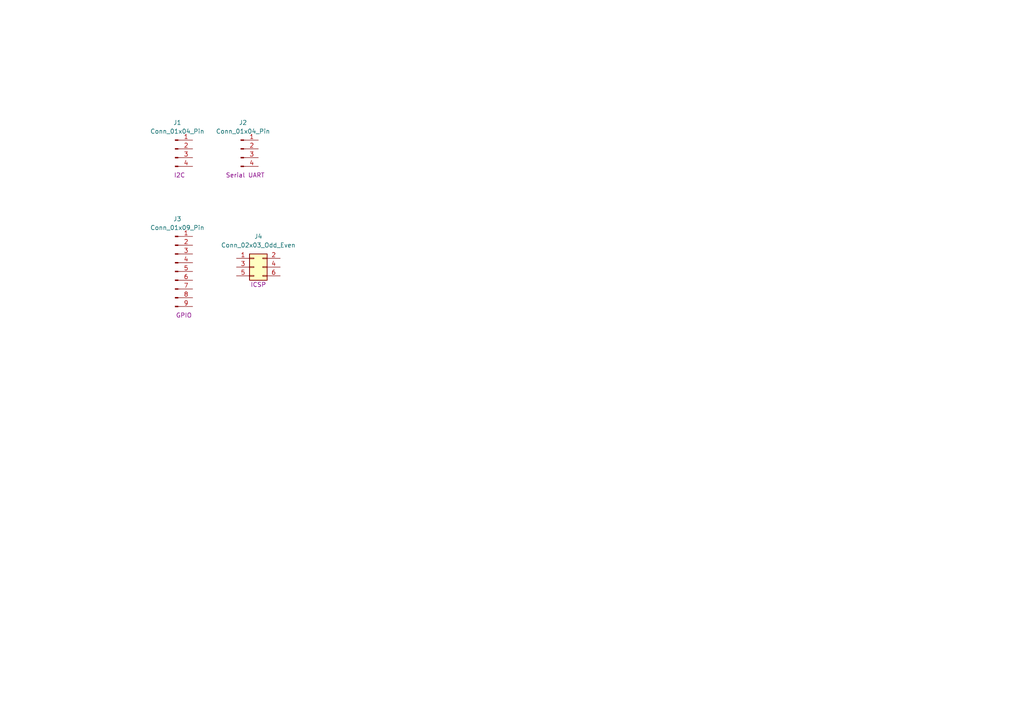
<source format=kicad_sch>
(kicad_sch (version 20230121) (generator eeschema)
  (paper "A4")
  (lib_symbols
    (symbol "Connector:Conn_01x04_Pin" (pin_names (offset 1.016) hide)
      (property "Reference" "J" (at 0 5.08 0))
      (property "Value" "Conn_01x04_Pin" (at 0 -7.62 0))
      (symbol "Conn_01x04_Pin_1_1"
        (polyline (pts (xy 1.27 -5.08) (xy 0.8636 -5.08)) (stroke (width 0.1524)))
        (polyline (pts (xy 1.27 -2.54) (xy 0.8636 -2.54)) (stroke (width 0.1524)))
        (polyline (pts (xy 1.27 0) (xy 0.8636 0)) (stroke (width 0.1524)))
        (polyline (pts (xy 1.27 2.54) (xy 0.8636 2.54)) (stroke (width 0.1524)))
        (rectangle (start 0.8636 -4.953) (end 0 -5.207) (stroke (width 0.1524)) (fill (type outline)))
        (rectangle (start 0.8636 -2.413) (end 0 -2.667) (stroke (width 0.1524)) (fill (type outline)))
        (rectangle (start 0.8636 0.127) (end 0 -0.127) (stroke (width 0.1524)) (fill (type outline)))
        (rectangle (start 0.8636 2.667) (end 0 2.413) (stroke (width 0.1524)) (fill (type outline)))
        (pin passive line (at 5.08 2.54 180) (length 3.81) (name "Pin_1") (number "1"))
        (pin passive line (at 5.08 0 180) (length 3.81) (name "Pin_2") (number "2"))
        (pin passive line (at 5.08 -2.54 180) (length 3.81) (name "Pin_3") (number "3"))
        (pin passive line (at 5.08 -5.08 180) (length 3.81) (name "Pin_4") (number "4"))
      )
    )
    (symbol "Connector:Conn_01x09_Pin" (pin_names (offset 1.016) hide)
      (property "Reference" "J" (at 0 12.7 0))
      (property "Value" "Conn_01x09_Pin" (at 0 -12.7 0))
      (symbol "Conn_01x09_Pin_1_1"
        (polyline (pts (xy 1.27 -10.16) (xy 0.8636 -10.16)) (stroke (width 0.1524)))
        (polyline (pts (xy 1.27 -7.62) (xy 0.8636 -7.62)) (stroke (width 0.1524)))
        (polyline (pts (xy 1.27 -5.08) (xy 0.8636 -5.08)) (stroke (width 0.1524)))
        (polyline (pts (xy 1.27 -2.54) (xy 0.8636 -2.54)) (stroke (width 0.1524)))
        (polyline (pts (xy 1.27 0) (xy 0.8636 0)) (stroke (width 0.1524)))
        (polyline (pts (xy 1.27 2.54) (xy 0.8636 2.54)) (stroke (width 0.1524)))
        (polyline (pts (xy 1.27 5.08) (xy 0.8636 5.08)) (stroke (width 0.1524)))
        (polyline (pts (xy 1.27 7.62) (xy 0.8636 7.62)) (stroke (width 0.1524)))
        (polyline (pts (xy 1.27 10.16) (xy 0.8636 10.16)) (stroke (width 0.1524)))
        (rectangle (start 0.8636 -10.033) (end 0 -10.287) (stroke (width 0.1524)) (fill (type outline)))
        (rectangle (start 0.8636 -7.493) (end 0 -7.747) (stroke (width 0.1524)) (fill (type outline)))
        (rectangle (start 0.8636 -4.953) (end 0 -5.207) (stroke (width 0.1524)) (fill (type outline)))
        (rectangle (start 0.8636 -2.413) (end 0 -2.667) (stroke (width 0.1524)) (fill (type outline)))
        (rectangle (start 0.8636 0.127) (end 0 -0.127) (stroke (width 0.1524)) (fill (type outline)))
        (rectangle (start 0.8636 2.667) (end 0 2.413) (stroke (width 0.1524)) (fill (type outline)))
        (rectangle (start 0.8636 5.207) (end 0 4.953) (stroke (width 0.1524)) (fill (type outline)))
        (rectangle (start 0.8636 7.747) (end 0 7.493) (stroke (width 0.1524)) (fill (type outline)))
        (rectangle (start 0.8636 10.287) (end 0 10.033) (stroke (width 0.1524)) (fill (type outline)))
        (pin passive line (at 5.08 10.16 180) (length 3.81) (name "Pin_1") (number "1"))
        (pin passive line (at 5.08 7.62 180) (length 3.81) (name "Pin_2") (number "2"))
        (pin passive line (at 5.08 5.08 180) (length 3.81) (name "Pin_3") (number "3"))
        (pin passive line (at 5.08 2.54 180) (length 3.81) (name "Pin_4") (number "4"))
        (pin passive line (at 5.08 0 180) (length 3.81) (name "Pin_5") (number "5"))
        (pin passive line (at 5.08 -2.54 180) (length 3.81) (name "Pin_6") (number "6"))
        (pin passive line (at 5.08 -5.08 180) (length 3.81) (name "Pin_7") (number "7"))
        (pin passive line (at 5.08 -7.62 180) (length 3.81) (name "Pin_8") (number "8"))
        (pin passive line (at 5.08 -10.16 180) (length 3.81) (name "Pin_9") (number "9"))
      )
    )
    (symbol "Connector_Generic:Conn_02x03_Odd_Even" (pin_names (offset 1.016) hide)
      (property "Reference" "J" (at 1.27 5.08 0))
      (property "Value" "Conn_02x03_Odd_Even" (at 1.27 -5.08 0))
      (symbol "Conn_02x03_Odd_Even_1_1"
        (rectangle (start -1.27 -2.413) (end 0 -2.667) (stroke (width 0.1524)))
        (rectangle (start -1.27 0.127) (end 0 -0.127) (stroke (width 0.1524)))
        (rectangle (start -1.27 2.667) (end 0 2.413) (stroke (width 0.1524)))
        (rectangle (start -1.27 3.81) (end 3.81 -3.81) (stroke (width 0.254)) (fill (type background)))
        (rectangle (start 3.81 -2.413) (end 2.54 -2.667) (stroke (width 0.1524)))
        (rectangle (start 3.81 0.127) (end 2.54 -0.127) (stroke (width 0.1524)))
        (rectangle (start 3.81 2.667) (end 2.54 2.413) (stroke (width 0.1524)))
        (pin passive line (at -5.08 2.54 0) (length 3.81) (name "Pin_1") (number "1"))
        (pin passive line (at 7.62 2.54 180) (length 3.81) (name "Pin_2") (number "2"))
        (pin passive line (at -5.08 0 0) (length 3.81) (name "Pin_3") (number "3"))
        (pin passive line (at 7.62 0 180) (length 3.81) (name "Pin_4") (number "4"))
        (pin passive line (at -5.08 -2.54 0) (length 3.81) (name "Pin_5") (number "5"))
        (pin passive line (at 7.62 -2.54 180) (length 3.81) (name "Pin_6") (number "6"))
      )
    )
  )
  (symbol (lib_id "Connector:Conn_01x04_Pin") (at 69.85 43.18 0) (unit 1)
    (property "Reference" "J2" (at 70.485 35.56 0))
    (property "Value" "Conn_01x04_Pin" (at 70.485 38.1 0))
    (property "Purpose" "Serial UART" (at 71.12 50.8 0))
  )
  (symbol (lib_id "Connector:Conn_01x09_Pin") (at 50.8 78.74 0) (unit 1)
    (property "Reference" "J3" (at 51.435 63.5 0))
    (property "Value" "Conn_01x09_Pin" (at 51.435 66.04 0))
    (property "Purpose" "GPIO" (at 53.34 91.44 0))
  )
  (symbol (lib_id "Connector_Generic:Conn_02x03_Odd_Even") (at 73.66 77.47 0) (unit 1)
    (property "Reference" "J4" (at 74.93 68.58 0))
    (property "Value" "Conn_02x03_Odd_Even" (at 74.93 71.12 0))
    (property "Purpose" "ICSP" (at 74.93 82.55 0))
  )
  (symbol (lib_id "Connector:Conn_01x04_Pin") (at 50.8 43.18 0) (unit 1)
    (property "Reference" "J1" (at 51.435 35.56 0))
    (property "Value" "Conn_01x04_Pin" (at 51.435 38.1 0))
    (property "Purpose" "I2C" (at 52.07 50.8 0))
  )
)
</source>
